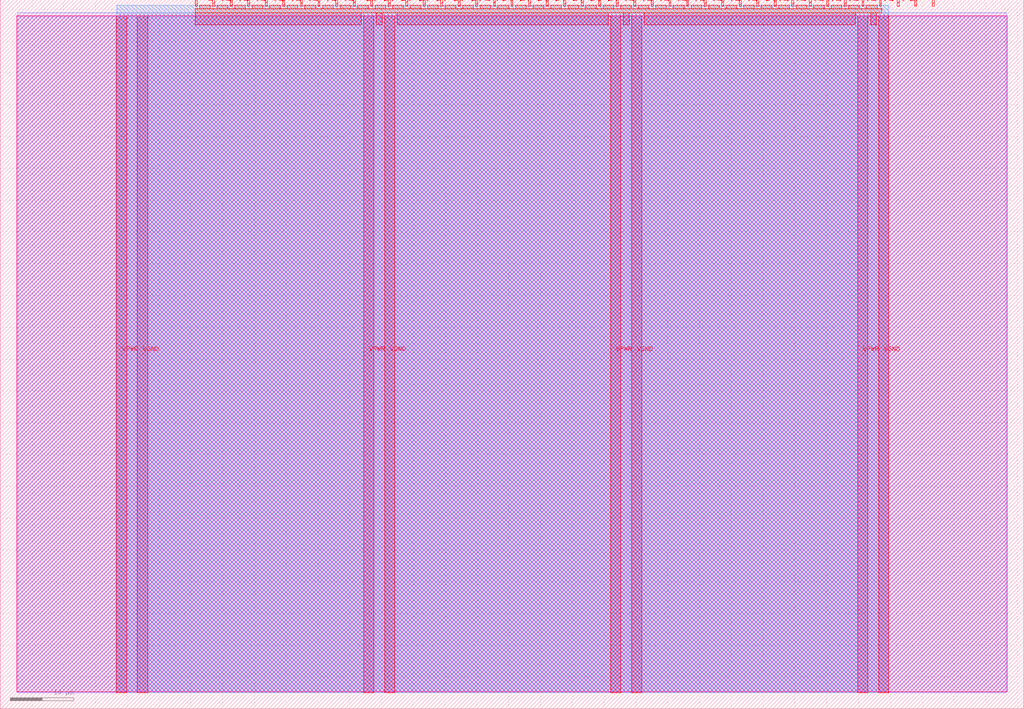
<source format=lef>
VERSION 5.7 ;
  NOWIREEXTENSIONATPIN ON ;
  DIVIDERCHAR "/" ;
  BUSBITCHARS "[]" ;
MACRO tt_um_wokwi_413386988538584065
  CLASS BLOCK ;
  FOREIGN tt_um_wokwi_413386988538584065 ;
  ORIGIN 0.000 0.000 ;
  SIZE 161.000 BY 111.520 ;
  PIN VGND
    DIRECTION INOUT ;
    USE GROUND ;
    PORT
      LAYER met4 ;
        RECT 21.580 2.480 23.180 109.040 ;
    END
    PORT
      LAYER met4 ;
        RECT 60.450 2.480 62.050 109.040 ;
    END
    PORT
      LAYER met4 ;
        RECT 99.320 2.480 100.920 109.040 ;
    END
    PORT
      LAYER met4 ;
        RECT 138.190 2.480 139.790 109.040 ;
    END
  END VGND
  PIN VPWR
    DIRECTION INOUT ;
    USE POWER ;
    PORT
      LAYER met4 ;
        RECT 18.280 2.480 19.880 109.040 ;
    END
    PORT
      LAYER met4 ;
        RECT 57.150 2.480 58.750 109.040 ;
    END
    PORT
      LAYER met4 ;
        RECT 96.020 2.480 97.620 109.040 ;
    END
    PORT
      LAYER met4 ;
        RECT 134.890 2.480 136.490 109.040 ;
    END
  END VPWR
  PIN clk
    DIRECTION INPUT ;
    USE SIGNAL ;
    PORT
      LAYER met4 ;
        RECT 143.830 110.520 144.130 111.520 ;
    END
  END clk
  PIN ena
    DIRECTION INPUT ;
    USE SIGNAL ;
    PORT
      LAYER met4 ;
        RECT 146.590 110.520 146.890 111.520 ;
    END
  END ena
  PIN rst_n
    DIRECTION INPUT ;
    USE SIGNAL ;
    PORT
      LAYER met4 ;
        RECT 141.070 110.520 141.370 111.520 ;
    END
  END rst_n
  PIN ui_in[0]
    DIRECTION INPUT ;
    USE SIGNAL ;
    ANTENNAGATEAREA 0.196500 ;
    PORT
      LAYER met4 ;
        RECT 138.310 110.520 138.610 111.520 ;
    END
  END ui_in[0]
  PIN ui_in[1]
    DIRECTION INPUT ;
    USE SIGNAL ;
    ANTENNAGATEAREA 0.196500 ;
    PORT
      LAYER met4 ;
        RECT 135.550 110.520 135.850 111.520 ;
    END
  END ui_in[1]
  PIN ui_in[2]
    DIRECTION INPUT ;
    USE SIGNAL ;
    ANTENNAGATEAREA 0.196500 ;
    PORT
      LAYER met4 ;
        RECT 132.790 110.520 133.090 111.520 ;
    END
  END ui_in[2]
  PIN ui_in[3]
    DIRECTION INPUT ;
    USE SIGNAL ;
    ANTENNAGATEAREA 0.196500 ;
    PORT
      LAYER met4 ;
        RECT 130.030 110.520 130.330 111.520 ;
    END
  END ui_in[3]
  PIN ui_in[4]
    DIRECTION INPUT ;
    USE SIGNAL ;
    ANTENNAGATEAREA 0.159000 ;
    PORT
      LAYER met4 ;
        RECT 127.270 110.520 127.570 111.520 ;
    END
  END ui_in[4]
  PIN ui_in[5]
    DIRECTION INPUT ;
    USE SIGNAL ;
    ANTENNAGATEAREA 0.159000 ;
    PORT
      LAYER met4 ;
        RECT 124.510 110.520 124.810 111.520 ;
    END
  END ui_in[5]
  PIN ui_in[6]
    DIRECTION INPUT ;
    USE SIGNAL ;
    ANTENNAGATEAREA 0.159000 ;
    PORT
      LAYER met4 ;
        RECT 121.750 110.520 122.050 111.520 ;
    END
  END ui_in[6]
  PIN ui_in[7]
    DIRECTION INPUT ;
    USE SIGNAL ;
    ANTENNAGATEAREA 0.159000 ;
    PORT
      LAYER met4 ;
        RECT 118.990 110.520 119.290 111.520 ;
    END
  END ui_in[7]
  PIN uio_in[0]
    DIRECTION INPUT ;
    USE SIGNAL ;
    PORT
      LAYER met4 ;
        RECT 116.230 110.520 116.530 111.520 ;
    END
  END uio_in[0]
  PIN uio_in[1]
    DIRECTION INPUT ;
    USE SIGNAL ;
    PORT
      LAYER met4 ;
        RECT 113.470 110.520 113.770 111.520 ;
    END
  END uio_in[1]
  PIN uio_in[2]
    DIRECTION INPUT ;
    USE SIGNAL ;
    PORT
      LAYER met4 ;
        RECT 110.710 110.520 111.010 111.520 ;
    END
  END uio_in[2]
  PIN uio_in[3]
    DIRECTION INPUT ;
    USE SIGNAL ;
    PORT
      LAYER met4 ;
        RECT 107.950 110.520 108.250 111.520 ;
    END
  END uio_in[3]
  PIN uio_in[4]
    DIRECTION INPUT ;
    USE SIGNAL ;
    PORT
      LAYER met4 ;
        RECT 105.190 110.520 105.490 111.520 ;
    END
  END uio_in[4]
  PIN uio_in[5]
    DIRECTION INPUT ;
    USE SIGNAL ;
    PORT
      LAYER met4 ;
        RECT 102.430 110.520 102.730 111.520 ;
    END
  END uio_in[5]
  PIN uio_in[6]
    DIRECTION INPUT ;
    USE SIGNAL ;
    PORT
      LAYER met4 ;
        RECT 99.670 110.520 99.970 111.520 ;
    END
  END uio_in[6]
  PIN uio_in[7]
    DIRECTION INPUT ;
    USE SIGNAL ;
    PORT
      LAYER met4 ;
        RECT 96.910 110.520 97.210 111.520 ;
    END
  END uio_in[7]
  PIN uio_oe[0]
    DIRECTION OUTPUT ;
    USE SIGNAL ;
    PORT
      LAYER met4 ;
        RECT 49.990 110.520 50.290 111.520 ;
    END
  END uio_oe[0]
  PIN uio_oe[1]
    DIRECTION OUTPUT ;
    USE SIGNAL ;
    PORT
      LAYER met4 ;
        RECT 47.230 110.520 47.530 111.520 ;
    END
  END uio_oe[1]
  PIN uio_oe[2]
    DIRECTION OUTPUT ;
    USE SIGNAL ;
    PORT
      LAYER met4 ;
        RECT 44.470 110.520 44.770 111.520 ;
    END
  END uio_oe[2]
  PIN uio_oe[3]
    DIRECTION OUTPUT ;
    USE SIGNAL ;
    PORT
      LAYER met4 ;
        RECT 41.710 110.520 42.010 111.520 ;
    END
  END uio_oe[3]
  PIN uio_oe[4]
    DIRECTION OUTPUT ;
    USE SIGNAL ;
    PORT
      LAYER met4 ;
        RECT 38.950 110.520 39.250 111.520 ;
    END
  END uio_oe[4]
  PIN uio_oe[5]
    DIRECTION OUTPUT ;
    USE SIGNAL ;
    PORT
      LAYER met4 ;
        RECT 36.190 110.520 36.490 111.520 ;
    END
  END uio_oe[5]
  PIN uio_oe[6]
    DIRECTION OUTPUT ;
    USE SIGNAL ;
    PORT
      LAYER met4 ;
        RECT 33.430 110.520 33.730 111.520 ;
    END
  END uio_oe[6]
  PIN uio_oe[7]
    DIRECTION OUTPUT ;
    USE SIGNAL ;
    PORT
      LAYER met4 ;
        RECT 30.670 110.520 30.970 111.520 ;
    END
  END uio_oe[7]
  PIN uio_out[0]
    DIRECTION OUTPUT ;
    USE SIGNAL ;
    PORT
      LAYER met4 ;
        RECT 72.070 110.520 72.370 111.520 ;
    END
  END uio_out[0]
  PIN uio_out[1]
    DIRECTION OUTPUT ;
    USE SIGNAL ;
    PORT
      LAYER met4 ;
        RECT 69.310 110.520 69.610 111.520 ;
    END
  END uio_out[1]
  PIN uio_out[2]
    DIRECTION OUTPUT ;
    USE SIGNAL ;
    PORT
      LAYER met4 ;
        RECT 66.550 110.520 66.850 111.520 ;
    END
  END uio_out[2]
  PIN uio_out[3]
    DIRECTION OUTPUT ;
    USE SIGNAL ;
    PORT
      LAYER met4 ;
        RECT 63.790 110.520 64.090 111.520 ;
    END
  END uio_out[3]
  PIN uio_out[4]
    DIRECTION OUTPUT ;
    USE SIGNAL ;
    PORT
      LAYER met4 ;
        RECT 61.030 110.520 61.330 111.520 ;
    END
  END uio_out[4]
  PIN uio_out[5]
    DIRECTION OUTPUT ;
    USE SIGNAL ;
    PORT
      LAYER met4 ;
        RECT 58.270 110.520 58.570 111.520 ;
    END
  END uio_out[5]
  PIN uio_out[6]
    DIRECTION OUTPUT ;
    USE SIGNAL ;
    PORT
      LAYER met4 ;
        RECT 55.510 110.520 55.810 111.520 ;
    END
  END uio_out[6]
  PIN uio_out[7]
    DIRECTION OUTPUT ;
    USE SIGNAL ;
    PORT
      LAYER met4 ;
        RECT 52.750 110.520 53.050 111.520 ;
    END
  END uio_out[7]
  PIN uo_out[0]
    DIRECTION OUTPUT ;
    USE SIGNAL ;
    ANTENNADIFFAREA 0.795200 ;
    PORT
      LAYER met4 ;
        RECT 94.150 110.520 94.450 111.520 ;
    END
  END uo_out[0]
  PIN uo_out[1]
    DIRECTION OUTPUT ;
    USE SIGNAL ;
    ANTENNADIFFAREA 0.795200 ;
    PORT
      LAYER met4 ;
        RECT 91.390 110.520 91.690 111.520 ;
    END
  END uo_out[1]
  PIN uo_out[2]
    DIRECTION OUTPUT ;
    USE SIGNAL ;
    ANTENNADIFFAREA 0.445500 ;
    PORT
      LAYER met4 ;
        RECT 88.630 110.520 88.930 111.520 ;
    END
  END uo_out[2]
  PIN uo_out[3]
    DIRECTION OUTPUT ;
    USE SIGNAL ;
    ANTENNADIFFAREA 0.445500 ;
    PORT
      LAYER met4 ;
        RECT 85.870 110.520 86.170 111.520 ;
    END
  END uo_out[3]
  PIN uo_out[4]
    DIRECTION OUTPUT ;
    USE SIGNAL ;
    ANTENNADIFFAREA 0.445500 ;
    PORT
      LAYER met4 ;
        RECT 83.110 110.520 83.410 111.520 ;
    END
  END uo_out[4]
  PIN uo_out[5]
    DIRECTION OUTPUT ;
    USE SIGNAL ;
    ANTENNADIFFAREA 0.445500 ;
    PORT
      LAYER met4 ;
        RECT 80.350 110.520 80.650 111.520 ;
    END
  END uo_out[5]
  PIN uo_out[6]
    DIRECTION OUTPUT ;
    USE SIGNAL ;
    ANTENNADIFFAREA 0.445500 ;
    PORT
      LAYER met4 ;
        RECT 77.590 110.520 77.890 111.520 ;
    END
  END uo_out[6]
  PIN uo_out[7]
    DIRECTION OUTPUT ;
    USE SIGNAL ;
    ANTENNADIFFAREA 0.445500 ;
    PORT
      LAYER met4 ;
        RECT 74.830 110.520 75.130 111.520 ;
    END
  END uo_out[7]
  OBS
      LAYER nwell ;
        RECT 2.570 2.635 158.430 108.990 ;
      LAYER li1 ;
        RECT 2.760 2.635 158.240 108.885 ;
      LAYER met1 ;
        RECT 2.760 2.480 158.240 109.440 ;
      LAYER met2 ;
        RECT 18.310 2.535 139.760 110.685 ;
      LAYER met3 ;
        RECT 18.290 2.555 139.780 110.665 ;
      LAYER met4 ;
        RECT 31.370 110.120 33.030 110.665 ;
        RECT 34.130 110.120 35.790 110.665 ;
        RECT 36.890 110.120 38.550 110.665 ;
        RECT 39.650 110.120 41.310 110.665 ;
        RECT 42.410 110.120 44.070 110.665 ;
        RECT 45.170 110.120 46.830 110.665 ;
        RECT 47.930 110.120 49.590 110.665 ;
        RECT 50.690 110.120 52.350 110.665 ;
        RECT 53.450 110.120 55.110 110.665 ;
        RECT 56.210 110.120 57.870 110.665 ;
        RECT 58.970 110.120 60.630 110.665 ;
        RECT 61.730 110.120 63.390 110.665 ;
        RECT 64.490 110.120 66.150 110.665 ;
        RECT 67.250 110.120 68.910 110.665 ;
        RECT 70.010 110.120 71.670 110.665 ;
        RECT 72.770 110.120 74.430 110.665 ;
        RECT 75.530 110.120 77.190 110.665 ;
        RECT 78.290 110.120 79.950 110.665 ;
        RECT 81.050 110.120 82.710 110.665 ;
        RECT 83.810 110.120 85.470 110.665 ;
        RECT 86.570 110.120 88.230 110.665 ;
        RECT 89.330 110.120 90.990 110.665 ;
        RECT 92.090 110.120 93.750 110.665 ;
        RECT 94.850 110.120 96.510 110.665 ;
        RECT 97.610 110.120 99.270 110.665 ;
        RECT 100.370 110.120 102.030 110.665 ;
        RECT 103.130 110.120 104.790 110.665 ;
        RECT 105.890 110.120 107.550 110.665 ;
        RECT 108.650 110.120 110.310 110.665 ;
        RECT 111.410 110.120 113.070 110.665 ;
        RECT 114.170 110.120 115.830 110.665 ;
        RECT 116.930 110.120 118.590 110.665 ;
        RECT 119.690 110.120 121.350 110.665 ;
        RECT 122.450 110.120 124.110 110.665 ;
        RECT 125.210 110.120 126.870 110.665 ;
        RECT 127.970 110.120 129.630 110.665 ;
        RECT 130.730 110.120 132.390 110.665 ;
        RECT 133.490 110.120 135.150 110.665 ;
        RECT 136.250 110.120 137.910 110.665 ;
        RECT 30.655 109.440 138.625 110.120 ;
        RECT 30.655 107.615 56.750 109.440 ;
        RECT 59.150 107.615 60.050 109.440 ;
        RECT 62.450 107.615 95.620 109.440 ;
        RECT 98.020 107.615 98.920 109.440 ;
        RECT 101.320 107.615 134.490 109.440 ;
        RECT 136.890 107.615 137.790 109.440 ;
  END
END tt_um_wokwi_413386988538584065
END LIBRARY


</source>
